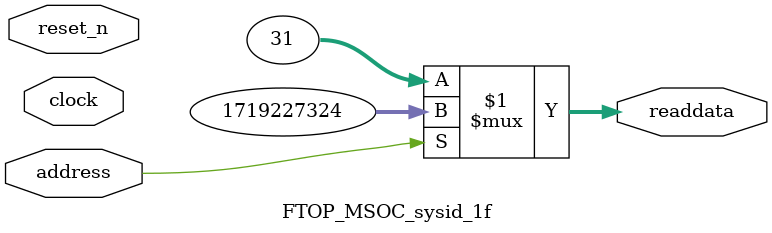
<source format=v>



// synthesis translate_off
`timescale 1ns / 1ps
// synthesis translate_on

// turn off superfluous verilog processor warnings 
// altera message_level Level1 
// altera message_off 10034 10035 10036 10037 10230 10240 10030 

module FTOP_MSOC_sysid_1f (
               // inputs:
                address,
                clock,
                reset_n,

               // outputs:
                readdata
             )
;

  output  [ 31: 0] readdata;
  input            address;
  input            clock;
  input            reset_n;

  wire    [ 31: 0] readdata;
  //control_slave, which is an e_avalon_slave
  assign readdata = address ? 1719227324 : 31;

endmodule



</source>
